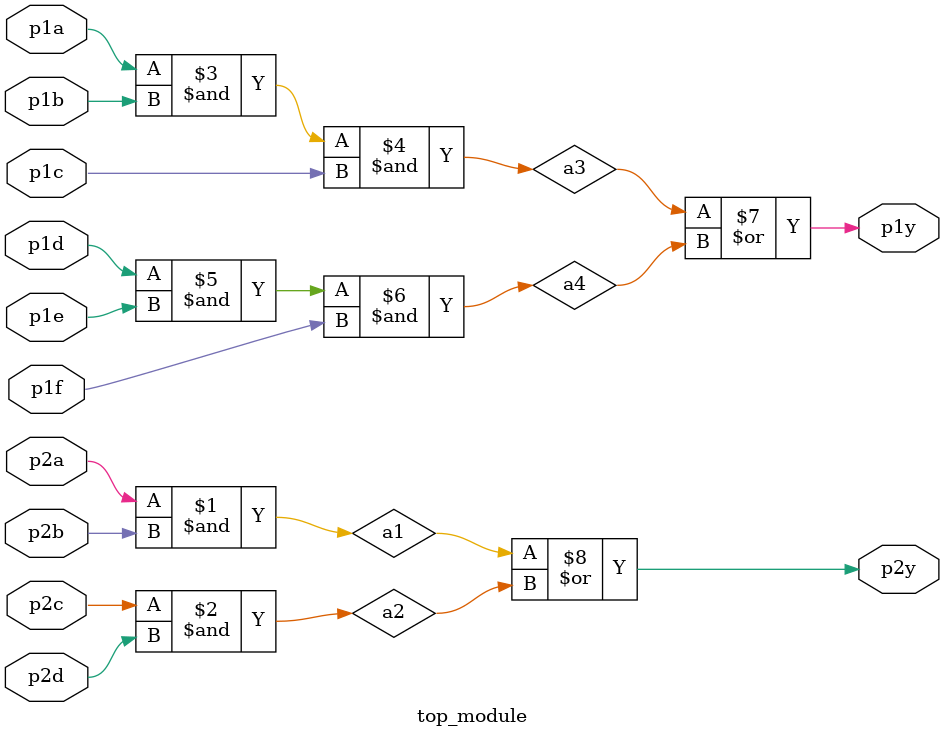
<source format=v>
module top_module ( 
    input p1a, p1b, p1c, p1d, p1e, p1f,
    output p1y,
    input p2a, p2b, p2c, p2d,
    output p2y );
    wire a1,a2,a3,a4;
    assign a1 = p2a & p2b;
    assign a2 = p2c & p2d;
    assign a3 = p1a & p1b & p1c;
    assign a4 = p1d & p1e & p1f;
    assign p1y = a3 | a4;
    assign p2y = a1 | a2;


endmodule

</source>
